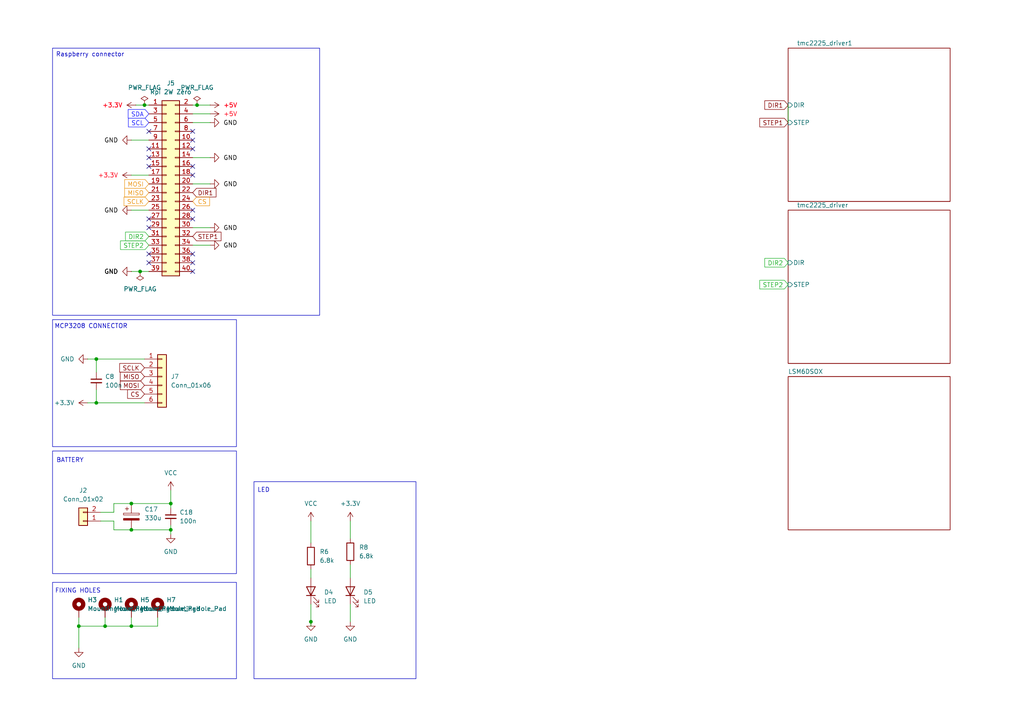
<source format=kicad_sch>
(kicad_sch (version 20250114) (generator "eeschema") (generator_version "9.0")
  (paper "A4")
  (lib_symbols
    (symbol "Connector_Generic:Conn_01x02" (pin_names (offset 1.016) (hide yes))
      (property "Reference" "J" (at 0 2.54 0))
      (property "Value" "Conn_01x02" (at 0 -5.08 0))
      (symbol "Conn_01x02_1_1"
        (rectangle (start -1.27 1.27) (end 1.27 -3.81) (stroke (width 0.254)) (fill (type background)))
        (rectangle (start -1.27 0.127) (end 0 -0.127) (stroke (width 0.1524)))
        (rectangle (start -1.27 -2.413) (end 0 -2.667) (stroke (width 0.1524)))
        (pin passive line (at -5.08 0 0) (length 3.81) (name "Pin_1") (number "1"))
        (pin passive line (at -5.08 -2.54 0) (length 3.81) (name "Pin_2") (number "2"))
      )
    )
    (symbol "Connector_Generic:Conn_01x06" (pin_names (offset 1.016) (hide yes))
      (property "Reference" "J" (at 0 7.62 0))
      (property "Value" "Conn_01x06" (at 0 -10.16 0))
      (symbol "Conn_01x06_1_1"
        (rectangle (start -1.27 6.35) (end 1.27 -8.89) (stroke (width 0.254)) (fill (type background)))
        (rectangle (start -1.27 5.207) (end 0 4.953) (stroke (width 0.1524)))
        (rectangle (start -1.27 2.667) (end 0 2.413) (stroke (width 0.1524)))
        (rectangle (start -1.27 0.127) (end 0 -0.127) (stroke (width 0.1524)))
        (rectangle (start -1.27 -2.413) (end 0 -2.667) (stroke (width 0.1524)))
        (rectangle (start -1.27 -4.953) (end 0 -5.207) (stroke (width 0.1524)))
        (rectangle (start -1.27 -7.493) (end 0 -7.747) (stroke (width 0.1524)))
        (pin passive line (at -5.08 5.08 0) (length 3.81) (name "Pin_1") (number "1"))
        (pin passive line (at -5.08 2.54 0) (length 3.81) (name "Pin_2") (number "2"))
        (pin passive line (at -5.08 0 0) (length 3.81) (name "Pin_3") (number "3"))
        (pin passive line (at -5.08 -2.54 0) (length 3.81) (name "Pin_4") (number "4"))
        (pin passive line (at -5.08 -5.08 0) (length 3.81) (name "Pin_5") (number "5"))
        (pin passive line (at -5.08 -7.62 0) (length 3.81) (name "Pin_6") (number "6"))
      )
    )
    (symbol "Connector_Generic:Conn_02x20_Odd_Even" (pin_names (offset 1.016) (hide yes))
      (property "Reference" "J" (at 1.27 25.4 0))
      (property "Value" "Conn_02x20_Odd_Even" (at 1.27 -27.94 0))
      (symbol "Conn_02x20_Odd_Even_1_1"
        (rectangle (start -1.27 24.13) (end 3.81 -26.67) (stroke (width 0.254)) (fill (type background)))
        (rectangle (start -1.27 22.987) (end 0 22.733) (stroke (width 0.1524)))
        (rectangle (start -1.27 20.447) (end 0 20.193) (stroke (width 0.1524)))
        (rectangle (start -1.27 17.907) (end 0 17.653) (stroke (width 0.1524)))
        (rectangle (start -1.27 15.367) (end 0 15.113) (stroke (width 0.1524)))
        (rectangle (start -1.27 12.827) (end 0 12.573) (stroke (width 0.1524)))
        (rectangle (start -1.27 10.287) (end 0 10.033) (stroke (width 0.1524)))
        (rectangle (start -1.27 7.747) (end 0 7.493) (stroke (width 0.1524)))
        (rectangle (start -1.27 5.207) (end 0 4.953) (stroke (width 0.1524)))
        (rectangle (start -1.27 2.667) (end 0 2.413) (stroke (width 0.1524)))
        (rectangle (start -1.27 0.127) (end 0 -0.127) (stroke (width 0.1524)))
        (rectangle (start -1.27 -2.413) (end 0 -2.667) (stroke (width 0.1524)))
        (rectangle (start -1.27 -4.953) (end 0 -5.207) (stroke (width 0.1524)))
        (rectangle (start -1.27 -7.493) (end 0 -7.747) (stroke (width 0.1524)))
        (rectangle (start -1.27 -10.033) (end 0 -10.287) (stroke (width 0.1524)))
        (rectangle (start -1.27 -12.573) (end 0 -12.827) (stroke (width 0.1524)))
        (rectangle (start -1.27 -15.113) (end 0 -15.367) (stroke (width 0.1524)))
        (rectangle (start -1.27 -17.653) (end 0 -17.907) (stroke (width 0.1524)))
        (rectangle (start -1.27 -20.193) (end 0 -20.447) (stroke (width 0.1524)))
        (rectangle (start -1.27 -22.733) (end 0 -22.987) (stroke (width 0.1524)))
        (rectangle (start -1.27 -25.273) (end 0 -25.527) (stroke (width 0.1524)))
        (rectangle (start 3.81 22.987) (end 2.54 22.733) (stroke (width 0.1524)))
        (rectangle (start 3.81 20.447) (end 2.54 20.193) (stroke (width 0.1524)))
        (rectangle (start 3.81 17.907) (end 2.54 17.653) (stroke (width 0.1524)))
        (rectangle (start 3.81 15.367) (end 2.54 15.113) (stroke (width 0.1524)))
        (rectangle (start 3.81 12.827) (end 2.54 12.573) (stroke (width 0.1524)))
        (rectangle (start 3.81 10.287) (end 2.54 10.033) (stroke (width 0.1524)))
        (rectangle (start 3.81 7.747) (end 2.54 7.493) (stroke (width 0.1524)))
        (rectangle (start 3.81 5.207) (end 2.54 4.953) (stroke (width 0.1524)))
        (rectangle (start 3.81 2.667) (end 2.54 2.413) (stroke (width 0.1524)))
        (rectangle (start 3.81 0.127) (end 2.54 -0.127) (stroke (width 0.1524)))
        (rectangle (start 3.81 -2.413) (end 2.54 -2.667) (stroke (width 0.1524)))
        (rectangle (start 3.81 -4.953) (end 2.54 -5.207) (stroke (width 0.1524)))
        (rectangle (start 3.81 -7.493) (end 2.54 -7.747) (stroke (width 0.1524)))
        (rectangle (start 3.81 -10.033) (end 2.54 -10.287) (stroke (width 0.1524)))
        (rectangle (start 3.81 -12.573) (end 2.54 -12.827) (stroke (width 0.1524)))
        (rectangle (start 3.81 -15.113) (end 2.54 -15.367) (stroke (width 0.1524)))
        (rectangle (start 3.81 -17.653) (end 2.54 -17.907) (stroke (width 0.1524)))
        (rectangle (start 3.81 -20.193) (end 2.54 -20.447) (stroke (width 0.1524)))
        (rectangle (start 3.81 -22.733) (end 2.54 -22.987) (stroke (width 0.1524)))
        (rectangle (start 3.81 -25.273) (end 2.54 -25.527) (stroke (width 0.1524)))
        (pin passive line (at -5.08 22.86 0) (length 3.81) (name "Pin_1") (number "1"))
        (pin passive line (at -5.08 20.32 0) (length 3.81) (name "Pin_3") (number "3"))
        (pin passive line (at -5.08 17.78 0) (length 3.81) (name "Pin_5") (number "5"))
        (pin passive line (at -5.08 15.24 0) (length 3.81) (name "Pin_7") (number "7"))
        (pin passive line (at -5.08 12.7 0) (length 3.81) (name "Pin_9") (number "9"))
        (pin passive line (at -5.08 10.16 0) (length 3.81) (name "Pin_11") (number "11"))
        (pin passive line (at -5.08 7.62 0) (length 3.81) (name "Pin_13") (number "13"))
        (pin passive line (at -5.08 5.08 0) (length 3.81) (name "Pin_15") (number "15"))
        (pin passive line (at -5.08 2.54 0) (length 3.81) (name "Pin_17") (number "17"))
        (pin passive line (at -5.08 0 0) (length 3.81) (name "Pin_19") (number "19"))
        (pin passive line (at -5.08 -2.54 0) (length 3.81) (name "Pin_21") (number "21"))
        (pin passive line (at -5.08 -5.08 0) (length 3.81) (name "Pin_23") (number "23"))
        (pin passive line (at -5.08 -7.62 0) (length 3.81) (name "Pin_25") (number "25"))
        (pin passive line (at -5.08 -10.16 0) (length 3.81) (name "Pin_27") (number "27"))
        (pin passive line (at -5.08 -12.7 0) (length 3.81) (name "Pin_29") (number "29"))
        (pin passive line (at -5.08 -15.24 0) (length 3.81) (name "Pin_31") (number "31"))
        (pin passive line (at -5.08 -17.78 0) (length 3.81) (name "Pin_33") (number "33"))
        (pin passive line (at -5.08 -20.32 0) (length 3.81) (name "Pin_35") (number "35"))
        (pin passive line (at -5.08 -22.86 0) (length 3.81) (name "Pin_37") (number "37"))
        (pin passive line (at -5.08 -25.4 0) (length 3.81) (name "Pin_39") (number "39"))
        (pin passive line (at 7.62 22.86 180) (length 3.81) (name "Pin_2") (number "2"))
        (pin passive line (at 7.62 20.32 180) (length 3.81) (name "Pin_4") (number "4"))
        (pin passive line (at 7.62 17.78 180) (length 3.81) (name "Pin_6") (number "6"))
        (pin passive line (at 7.62 15.24 180) (length 3.81) (name "Pin_8") (number "8"))
        (pin passive line (at 7.62 12.7 180) (length 3.81) (name "Pin_10") (number "10"))
        (pin passive line (at 7.62 10.16 180) (length 3.81) (name "Pin_12") (number "12"))
        (pin passive line (at 7.62 7.62 180) (length 3.81) (name "Pin_14") (number "14"))
        (pin passive line (at 7.62 5.08 180) (length 3.81) (name "Pin_16") (number "16"))
        (pin passive line (at 7.62 2.54 180) (length 3.81) (name "Pin_18") (number "18"))
        (pin passive line (at 7.62 0 180) (length 3.81) (name "Pin_20") (number "20"))
        (pin passive line (at 7.62 -2.54 180) (length 3.81) (name "Pin_22") (number "22"))
        (pin passive line (at 7.62 -5.08 180) (length 3.81) (name "Pin_24") (number "24"))
        (pin passive line (at 7.62 -7.62 180) (length 3.81) (name "Pin_26") (number "26"))
        (pin passive line (at 7.62 -10.16 180) (length 3.81) (name "Pin_28") (number "28"))
        (pin passive line (at 7.62 -12.7 180) (length 3.81) (name "Pin_30") (number "30"))
        (pin passive line (at 7.62 -15.24 180) (length 3.81) (name "Pin_32") (number "32"))
        (pin passive line (at 7.62 -17.78 180) (length 3.81) (name "Pin_34") (number "34"))
        (pin passive line (at 7.62 -20.32 180) (length 3.81) (name "Pin_36") (number "36"))
        (pin passive line (at 7.62 -22.86 180) (length 3.81) (name "Pin_38") (number "38"))
        (pin passive line (at 7.62 -25.4 180) (length 3.81) (name "Pin_40") (number "40"))
      )
    )
    (symbol "Device:C_Polarized" (pin_numbers (hide yes)) (pin_names (offset 0.254))
      (property "Reference" "C" (at 0.635 2.54 0))
      (property "Value" "C_Polarized" (at 0.635 -2.54 0))
      (symbol "C_Polarized_0_1"
        (rectangle (start -2.286 0.508) (end 2.286 1.016))
        (polyline (pts (xy -1.778 2.286) (xy -0.762 2.286)))
        (polyline (pts (xy -1.27 2.794) (xy -1.27 1.778)))
        (rectangle (start 2.286 -0.508) (end -2.286 -1.016) (fill (type outline)))
      )
      (symbol "C_Polarized_1_1"
        (pin passive line (at 0 3.81 270) (length 2.794) (name "~") (number "1"))
        (pin passive line (at 0 -3.81 90) (length 2.794) (name "~") (number "2"))
      )
    )
    (symbol "Device:C_Small" (pin_numbers (hide yes)) (pin_names (offset 0.254) (hide yes))
      (property "Reference" "C" (at 0.254 1.778 0))
      (property "Value" "C_Small" (at 0.254 -2.032 0))
      (symbol "C_Small_0_1"
        (polyline (pts (xy -1.524 0.508) (xy 1.524 0.508)) (stroke (width 0.3048)))
        (polyline (pts (xy -1.524 -0.508) (xy 1.524 -0.508)) (stroke (width 0.3302)))
      )
      (symbol "C_Small_1_1"
        (pin passive line (at 0 2.54 270) (length 2.032) (name "~") (number "1"))
        (pin passive line (at 0 -2.54 90) (length 2.032) (name "~") (number "2"))
      )
    )
    (symbol "Device:LED" (pin_numbers (hide yes)) (pin_names (offset 1.016) (hide yes))
      (property "Reference" "D" (at 0 2.54 0))
      (property "Value" "LED" (at 0 -2.54 0))
      (symbol "LED_0_1"
        (polyline (pts (xy -3.048 -0.762) (xy -4.572 -2.286) (xy -3.81 -2.286) (xy -4.572 -2.286) (xy -4.572 -1.524)))
        (polyline (pts (xy -1.778 -0.762) (xy -3.302 -2.286) (xy -2.54 -2.286) (xy -3.302 -2.286) (xy -3.302 -1.524)))
        (polyline (pts (xy -1.27 0) (xy 1.27 0)))
        (polyline (pts (xy -1.27 -1.27) (xy -1.27 1.27)) (stroke (width 0.254)))
        (polyline (pts (xy 1.27 -1.27) (xy 1.27 1.27) (xy -1.27 0) (xy 1.27 -1.27)) (stroke (width 0.254)))
      )
      (symbol "LED_1_1"
        (pin passive line (at -3.81 0 0) (length 2.54) (name "K") (number "1"))
        (pin passive line (at 3.81 0 180) (length 2.54) (name "A") (number "2"))
      )
    )
    (symbol "Device:R" (pin_numbers (hide yes)) (pin_names (offset 0))
      (property "Reference" "R" (at 2.032 0 90))
      (property "Value" "R" (at 0 0 90))
      (symbol "R_0_1"
        (rectangle (start -1.016 -2.54) (end 1.016 2.54) (stroke (width 0.254)))
      )
      (symbol "R_1_1"
        (pin passive line (at 0 3.81 270) (length 1.27) (name "~") (number "1"))
        (pin passive line (at 0 -3.81 90) (length 1.27) (name "~") (number "2"))
      )
    )
    (symbol "Mechanical:MountingHole_Pad" (pin_numbers (hide yes)) (pin_names (offset 1.016) (hide yes))
      (property "Reference" "H" (at 0 6.35 0))
      (property "Value" "MountingHole_Pad" (at 0 4.445 0))
      (symbol "MountingHole_Pad_0_1"
        (circle (center 0 1.27) (radius 1.27) (stroke (width 1.27)))
      )
      (symbol "MountingHole_Pad_1_1"
        (pin input line (at 0 -2.54 90) (length 2.54) (name "1") (number "1"))
      )
    )
    (symbol "VCC_2" (power) (pin_numbers (hide yes)) (pin_names (offset 0) (hide yes))
      (property "Value" "VCC" (at 0 3.556 0))
      (symbol "VCC_2_0_1"
        (polyline (pts (xy -0.762 1.27) (xy 0 2.54)))
        (polyline (pts (xy 0 2.54) (xy 0.762 1.27)))
        (polyline (pts (xy 0 0) (xy 0 2.54)))
      )
      (symbol "VCC_2_1_1"
        (pin power_in line (at 0 0 90) (length 0) (name "~") (number "1"))
      )
    )
    (symbol "power:+3.3V" (power) (pin_numbers (hide yes)) (pin_names (offset 0) (hide yes))
      (property "Value" "+3.3V" (at 0 3.556 0))
      (symbol "+3.3V_0_1"
        (polyline (pts (xy -0.762 1.27) (xy 0 2.54)))
        (polyline (pts (xy 0 2.54) (xy 0.762 1.27)))
        (polyline (pts (xy 0 0) (xy 0 2.54)))
      )
      (symbol "+3.3V_1_1"
        (pin power_in line (at 0 0 90) (length 0) (name "~") (number "1"))
      )
    )
    (symbol "power:+5V" (power) (pin_numbers (hide yes)) (pin_names (offset 0) (hide yes))
      (property "Value" "+5V" (at 0 3.556 0))
      (symbol "+5V_0_1"
        (polyline (pts (xy -0.762 1.27) (xy 0 2.54)))
        (polyline (pts (xy 0 2.54) (xy 0.762 1.27)))
        (polyline (pts (xy 0 0) (xy 0 2.54)))
      )
      (symbol "+5V_1_1"
        (pin power_in line (at 0 0 90) (length 0) (name "~") (number "1"))
      )
    )
    (symbol "power:GND" (power) (pin_numbers (hide yes)) (pin_names (offset 0) (hide yes))
      (property "Value" "GND" (at 0 -3.81 0))
      (symbol "GND_0_1"
        (polyline (pts (xy 0 0) (xy 0 -1.27) (xy 1.27 -1.27) (xy 0 -2.54) (xy -1.27 -1.27) (xy 0 -1.27)))
      )
      (symbol "GND_1_1"
        (pin power_in line (at 0 0 270) (length 0) (name "~") (number "1"))
      )
    )
    (symbol "power:PWR_FLAG" (power) (pin_numbers (hide yes)) (pin_names (offset 0) (hide yes))
      (property "Value" "PWR_FLAG" (at 0 3.81 0))
      (symbol "PWR_FLAG_0_0"
        (pin power_out line (at 0 0 90) (length 0) (name "~") (number "1"))
      )
      (symbol "PWR_FLAG_0_1"
        (polyline (pts (xy 0 0) (xy 0 1.27) (xy -1.016 1.905) (xy 0 2.54) (xy 1.016 1.905) (xy 0 1.27)))
      )
    )
    (symbol "power:VCC" (power) (pin_names (offset 0))
      (property "Value" "VCC" (at 0 3.81 0))
      (symbol "VCC_0_1"
        (polyline (pts (xy -0.762 1.27) (xy 0 2.54)))
        (polyline (pts (xy 0 2.54) (xy 0.762 1.27)))
        (polyline (pts (xy 0 0) (xy 0 2.54)))
      )
      (symbol "VCC_1_1"
        (pin power_in line (at 0 0 90) (length 0) (hide yes) (name "VCC") (number "1"))
      )
    )
  )
  (rectangle (start 15.24 168.91) (end 68.58 196.85))
  (rectangle (start 15.24 92.71) (end 68.58 129.54))
  (rectangle (start 73.66 139.7) (end 120.65 196.85))
  (rectangle (start 15.24 130.81) (end 68.58 166.37))
  (text "FIXING HOLES\n" (at 22.606 171.45 0) (effects (font (size 1.27 1.27))))
  (text "BATTERY\n" (at 20.32 133.604 0) (effects (font (size 1.27 1.27))))
  (text "MCP3208 CONNECTOR" (at 26.416 94.742 0) (effects (font (size 1.27 1.27))))
  (text "LED\n" (at 76.454 142.24 0) (effects (font (size 1.27 1.27))))
  (text_box "Raspberry connector\n\n" (at 15.24 13.97 0) (size 77.47 77.47) (margins 0.9525 0.9525 0.9525 0.9525) (effects (font (size 1.27 1.27)) (justify left top)))
  (junction (at 27.94 116.84))
  (junction (at 38.1 146.05))
  (junction (at 38.1 181.61))
  (junction (at 27.94 104.14))
  (junction (at 40.64 78.74))
  (junction (at 90.17 180.34))
  (junction (at 22.86 181.61))
  (junction (at 49.53 153.67))
  (junction (at 57.15 30.48))
  (junction (at 49.53 146.05))
  (junction (at 30.48 181.61))
  (junction (at 38.1 153.67))
  (junction (at 41.91 30.48))
  (no_connect (at 55.88 48.26))
  (no_connect (at 43.18 43.18))
  (no_connect (at 43.18 38.1))
  (no_connect (at 55.88 40.64))
  (no_connect (at 43.18 76.2))
  (no_connect (at 55.88 60.96))
  (no_connect (at 43.18 45.72))
  (no_connect (at 55.88 43.18))
  (no_connect (at 55.88 78.74))
  (no_connect (at 43.18 73.66))
  (no_connect (at 55.88 63.5))
  (no_connect (at 43.18 63.5))
  (no_connect (at 43.18 48.26))
  (no_connect (at 55.88 73.66))
  (no_connect (at 55.88 38.1))
  (no_connect (at 55.88 76.2))
  (no_connect (at 55.88 50.8))
  (no_connect (at 43.18 66.04))
  (wire (pts (xy 38.1 78.74) (xy 40.64 78.74)))
  (wire (pts (xy 55.88 66.04) (xy 60.96 66.04)))
  (wire (pts (xy 38.1 153.67) (xy 49.53 153.67)))
  (wire (pts (xy 90.17 181.61) (xy 90.17 180.34)))
  (wire (pts (xy 22.86 181.61) (xy 22.86 187.96)))
  (wire (pts (xy 25.4 116.84) (xy 27.94 116.84)))
  (wire (pts (xy 29.21 148.59) (xy 33.02 148.59)))
  (wire (pts (xy 25.4 104.14) (xy 27.94 104.14)))
  (wire (pts (xy 38.1 146.05) (xy 49.53 146.05)))
  (wire (pts (xy 30.48 181.61) (xy 22.86 181.61)))
  (wire (pts (xy 39.37 30.48) (xy 41.91 30.48)))
  (wire (pts (xy 33.02 146.05) (xy 38.1 146.05)))
  (wire (pts (xy 57.15 30.48) (xy 60.96 30.48)))
  (wire (pts (xy 33.02 153.67) (xy 38.1 153.67)))
  (wire (pts (xy 38.1 179.07) (xy 38.1 181.61)))
  (wire (pts (xy 29.21 151.13) (xy 33.02 151.13)))
  (wire (pts (xy 228.6 35.56) (xy 228.6 30.48)))
  (wire (pts (xy 101.6 163.83) (xy 101.6 167.64)))
  (wire (pts (xy 27.94 113.03) (xy 27.94 116.84)))
  (wire (pts (xy 55.88 71.12) (xy 60.96 71.12)))
  (wire (pts (xy 45.72 179.07) (xy 45.72 181.61)))
  (wire (pts (xy 27.94 104.14) (xy 41.91 104.14)))
  (wire (pts (xy 101.6 175.26) (xy 101.6 180.34)))
  (wire (pts (xy 38.1 50.8) (xy 43.18 50.8)))
  (wire (pts (xy 55.88 53.34) (xy 60.96 53.34)))
  (wire (pts (xy 27.94 116.84) (xy 41.91 116.84)))
  (wire (pts (xy 90.17 175.26) (xy 90.17 180.34)))
  (wire (pts (xy 49.53 146.05) (xy 49.53 147.32)))
  (wire (pts (xy 38.1 181.61) (xy 45.72 181.61)))
  (wire (pts (xy 40.64 78.74) (xy 43.18 78.74)))
  (wire (pts (xy 90.17 165.1) (xy 90.17 167.64)))
  (wire (pts (xy 49.53 142.24) (xy 49.53 146.05)))
  (wire (pts (xy 55.88 45.72) (xy 60.96 45.72)))
  (wire (pts (xy 22.86 179.07) (xy 22.86 181.61)))
  (wire (pts (xy 33.02 151.13) (xy 33.02 153.67)))
  (wire (pts (xy 101.6 151.13) (xy 101.6 156.21)))
  (wire (pts (xy 60.96 35.56) (xy 55.88 35.56)))
  (wire (pts (xy 41.91 30.48) (xy 43.18 30.48)))
  (wire (pts (xy 38.1 60.96) (xy 43.18 60.96)))
  (wire (pts (xy 55.88 30.48) (xy 57.15 30.48)))
  (wire (pts (xy 49.53 154.94) (xy 49.53 153.67)))
  (wire (pts (xy 90.17 151.13) (xy 90.17 157.48)))
  (wire (pts (xy 27.94 104.14) (xy 27.94 107.95)))
  (wire (pts (xy 55.88 33.02) (xy 60.96 33.02)))
  (wire (pts (xy 38.1 40.64) (xy 43.18 40.64)))
  (wire (pts (xy 49.53 153.67) (xy 49.53 152.4)))
  (wire (pts (xy 30.48 179.07) (xy 30.48 181.61)))
  (wire (pts (xy 30.48 181.61) (xy 38.1 181.61)))
  (wire (pts (xy 33.02 148.59) (xy 33.02 146.05)))
  (global_label "CS" (shape input) (at 55.88 58.42 0) (property "Intersheetrefs" "${INTERSHEET_REFS}" (effects (hide yes))))
  (global_label "CS" (shape input) (at 41.91 114.3 180) (property "Intersheetrefs" "${INTERSHEET_REFS}" (effects (hide yes))))
  (global_label "MISO" (shape input) (at 41.91 109.22 180) (property "Intersheetrefs" "${INTERSHEET_REFS}" (effects (hide yes))))
  (global_label "STEP2" (shape input) (at 228.6 82.55 180) (property "Intersheetrefs" "${INTERSHEET_REFS}" (effects (hide yes))))
  (global_label "DIR1" (shape input) (at 55.88 55.88 0) (property "Intersheetrefs" "${INTERSHEET_REFS}" (effects (hide yes))))
  (global_label "MOSI" (shape input) (at 43.18 53.34 180) (property "Intersheetrefs" "${INTERSHEET_REFS}" (effects (hide yes))))
  (global_label "SDA" (shape input) (at 43.18 33.02 180) (property "Intersheetrefs" "${INTERSHEET_REFS}" (effects (hide yes))))
  (global_label "SCLK" (shape input) (at 41.91 106.68 180) (property "Intersheetrefs" "${INTERSHEET_REFS}" (effects (hide yes))))
  (global_label "MISO" (shape input) (at 43.18 55.88 180) (property "Intersheetrefs" "${INTERSHEET_REFS}" (effects (hide yes))))
  (global_label "STEP1" (shape input) (at 55.88 68.58 0) (property "Intersheetrefs" "${INTERSHEET_REFS}" (effects (hide yes))))
  (global_label "STEP1" (shape input) (at 228.6 35.56 180) (property "Intersheetrefs" "${INTERSHEET_REFS}" (effects (hide yes))))
  (global_label "DIR2" (shape input) (at 228.6 76.2 180) (property "Intersheetrefs" "${INTERSHEET_REFS}" (effects (hide yes))))
  (global_label "SCLK" (shape input) (at 43.18 58.42 180) (property "Intersheetrefs" "${INTERSHEET_REFS}" (effects (hide yes))))
  (global_label "STEP2" (shape input) (at 43.18 71.12 180) (property "Intersheetrefs" "${INTERSHEET_REFS}" (effects (hide yes))))
  (global_label "DIR2" (shape input) (at 43.18 68.58 180) (property "Intersheetrefs" "${INTERSHEET_REFS}" (effects (hide yes))))
  (global_label "SCL" (shape input) (at 43.18 35.56 180) (property "Intersheetrefs" "${INTERSHEET_REFS}" (effects (hide yes))))
  (global_label "DIR1" (shape input) (at 228.6 30.48 180) (property "Intersheetrefs" "${INTERSHEET_REFS}" (effects (hide yes))))
  (global_label "MOSI" (shape input) (at 41.91 111.76 180) (property "Intersheetrefs" "${INTERSHEET_REFS}" (effects (hide yes))))
  (symbol (lib_id "power:GND") (at 38.1 60.96 270) (unit 1)
    (property "Reference" "#PWR046" (effects (hide yes)))
    (property "Value" "GND" (at 34.29 60.9599 90) (effects (justify right)))
    (property "Description" "Power symbol creates a global label with name \"GND\" , ground" (effects (hide yes)))
  )
  (symbol (lib_id "power:GND") (at 60.96 66.04 90) (unit 1)
    (property "Reference" "#PWR054" (effects (hide yes)))
    (property "Value" "GND" (at 64.77 66.0399 90) (effects (justify right)))
    (property "Description" "Power symbol creates a global label with name \"GND\" , ground" (effects (hide yes)))
  )
  (symbol (lib_name "VCC_2") (lib_id "power:VCC") (at 49.53 142.24 0) (unit 1)
    (property "Reference" "#PWR018" (effects (hide yes)))
    (property "Value" "VCC" (at 49.53 137.16 0))
    (property "Description" "Power symbol creates a global label with name \"VCC\"" (effects (hide yes)))
  )
  (symbol (lib_id "power:+3.3V") (at 101.6 151.13 0) (unit 1)
    (property "Reference" "#PWR024" (effects (hide yes)))
    (property "Value" "+3.3V" (at 101.6 146.05 0))
    (property "Description" "Power symbol creates a global label with name \"+3.3V\"" (effects (hide yes)))
  )
  (symbol (lib_id "power:GND") (at 60.96 53.34 90) (unit 1)
    (property "Reference" "#PWR053" (effects (hide yes)))
    (property "Value" "GND" (at 64.77 53.3399 90) (effects (justify right)))
    (property "Description" "Power symbol creates a global label with name \"GND\" , ground" (effects (hide yes)))
  )
  (symbol (lib_id "Device:LED") (at 101.6 171.45 90) (unit 1)
    (property "Reference" "D5" (at 105.41 171.7674 90) (effects (justify right)))
    (property "Value" "LED" (at 105.41 174.3074 90) (effects (justify right)))
    (property "Footprint" "LED_SMD:LED_0603_1608Metric" (effects (hide yes)))
    (property "Description" "Light emitting diode" (effects (hide yes)))
  )
  (symbol (lib_id "power:+5V") (at 60.96 33.02 270) (unit 1)
    (property "Reference" "#PWR050" (effects (hide yes)))
    (property "Value" "+5V" (at 64.77 33.0199 90) (effects (justify left)))
    (property "Description" "Power symbol creates a global label with name \"+5V\"" (effects (hide yes)))
  )
  (symbol (lib_id "power:GND") (at 25.4 104.14 270) (unit 1)
    (property "Reference" "#PWR010" (effects (hide yes)))
    (property "Value" "GND" (at 21.59 104.1399 90) (effects (justify right)))
    (property "Description" "Power symbol creates a global label with name \"GND\" , ground" (effects (hide yes)))
  )
  (symbol (lib_id "Device:C_Small") (at 27.94 110.49 0) (unit 1)
    (property "Reference" "C8" (at 30.48 109.2262 0) (effects (justify left)))
    (property "Value" "100n" (at 30.48 111.7662 0) (effects (justify left)))
    (property "Footprint" "Capacitor_SMD:C_0603_1608Metric" (effects (hide yes)))
    (property "Description" "Unpolarized capacitor, small symbol" (effects (hide yes)))
  )
  (symbol (lib_id "power:GND") (at 60.96 45.72 90) (unit 1)
    (property "Reference" "#PWR052" (effects (hide yes)))
    (property "Value" "GND" (at 64.77 45.7199 90) (effects (justify right)))
    (property "Description" "Power symbol creates a global label with name \"GND\" , ground" (effects (hide yes)))
  )
  (symbol (lib_id "power:GND") (at 38.1 78.74 270) (unit 1)
    (property "Reference" "#PWR047" (effects (hide yes)))
    (property "Value" "GND" (at 34.29 78.7399 90) (effects (justify right)))
    (property "Description" "Power symbol creates a global label with name \"GND\" , ground" (effects (hide yes)))
  )
  (symbol (lib_id "Device:R") (at 90.17 161.29 0) (unit 1)
    (property "Reference" "R6" (at 92.71 160.0199 0) (effects (justify left)))
    (property "Value" "6.8k" (at 92.71 162.5599 0) (effects (justify left)))
    (property "Footprint" "Resistor_SMD:R_0603_1608Metric" (effects (hide yes)))
    (property "Description" "Resistor" (effects (hide yes)))
  )
  (symbol (lib_id "power:+3.3V") (at 25.4 116.84 90) (unit 1)
    (property "Reference" "#PWR012" (effects (hide yes)))
    (property "Value" "+3.3V" (at 21.59 116.8399 90) (effects (justify left)))
    (property "Description" "Power symbol creates a global label with name \"+3.3V\"" (effects (hide yes)))
  )
  (symbol (lib_id "power:PWR_FLAG") (at 40.64 78.74 180) (unit 1)
    (property "Reference" "#FLG06" (effects (hide yes)))
    (property "Value" "PWR_FLAG" (at 40.64 83.82 0))
    (property "Description" "Special symbol for telling ERC where power comes from" (effects (hide yes)))
  )
  (symbol (lib_id "power:GND") (at 90.17 180.34 0) (unit 1)
    (property "Reference" "#PWR022" (effects (hide yes)))
    (property "Value" "GND" (at 90.17 185.42 0))
    (property "Description" "Power symbol creates a global label with name \"GND\" , ground" (effects (hide yes)))
  )
  (symbol (lib_id "power:PWR_FLAG") (at 57.15 30.48 0) (unit 1)
    (property "Reference" "#FLG07" (effects (hide yes)))
    (property "Value" "PWR_FLAG" (at 57.15 25.4 0))
    (property "Description" "Special symbol for telling ERC where power comes from" (effects (hide yes)))
  )
  (symbol (lib_id "Device:R") (at 101.6 160.02 0) (unit 1)
    (property "Reference" "R8" (at 104.14 158.7499 0) (effects (justify left)))
    (property "Value" "6.8k" (at 104.14 161.2899 0) (effects (justify left)))
    (property "Footprint" "Resistor_SMD:R_0603_1608Metric" (effects (hide yes)))
    (property "Description" "Resistor" (effects (hide yes)))
  )
  (symbol (lib_id "power:GND") (at 60.96 35.56 90) (unit 1)
    (property "Reference" "#PWR051" (effects (hide yes)))
    (property "Value" "GND" (at 64.77 35.5599 90) (effects (justify right)))
    (property "Description" "Power symbol creates a global label with name \"GND\" , ground" (effects (hide yes)))
  )
  (symbol (lib_id "power:PWR_FLAG") (at 41.91 30.48 0) (unit 1)
    (property "Reference" "#FLG01" (effects (hide yes)))
    (property "Value" "PWR_FLAG" (at 41.91 25.4 0))
    (property "Description" "Special symbol for telling ERC where power comes from" (effects (hide yes)))
  )
  (symbol (lib_id "Connector_Generic:Conn_01x02") (at 24.13 151.13 180) (unit 1)
    (property "Reference" "J2" (at 24.13 142.24 0))
    (property "Value" "Conn_01x02" (at 24.13 144.78 0))
    (property "Footprint" "Connector_JST:JST_EH_B2B-EH-A_1x02_P2.50mm_Vertical" (effects (hide yes)))
    (property "Description" "Generic connector, single row, 01x02, script generated (kicad-library-utils/schlib/autogen/connector/)" (effects (hide yes)))
  )
  (symbol (lib_id "Mechanical:MountingHole_Pad") (at 22.86 176.53 0) (unit 1)
    (property "Reference" "H3" (at 25.4 173.9899 0) (effects (justify left)))
    (property "Value" "MountingHole_Pad" (at 25.4 176.5299 0) (effects (justify left)))
    (property "Footprint" "MountingHole:MountingHole_2.7mm_M2.5_Pad" (effects (hide yes)))
    (property "Description" "Mounting Hole with connection" (effects (hide yes)))
  )
  (symbol (lib_id "Mechanical:MountingHole_Pad") (at 45.72 176.53 0) (unit 1)
    (property "Reference" "H7" (at 48.26 173.9899 0) (effects (justify left)))
    (property "Value" "MountingHole_Pad" (at 48.26 176.5299 0) (effects (justify left)))
    (property "Footprint" "MountingHole:MountingHole_2.7mm_M2.5_Pad" (effects (hide yes)))
    (property "Description" "Mounting Hole with connection" (effects (hide yes)))
  )
  (symbol (lib_id "Device:C_Polarized") (at 38.1 149.86 0) (unit 1)
    (property "Reference" "C17" (at 41.91 147.7009 0) (effects (justify left)))
    (property "Value" "330u" (at 41.91 150.2409 0) (effects (justify left)))
    (property "Footprint" "Capacitor_SMD:CP_Elec_6.3x5.4" (effects (hide yes)))
    (property "Description" "Polarized capacitor" (effects (hide yes)))
  )
  (symbol (lib_id "power:GND") (at 22.86 187.96 0) (unit 1)
    (property "Reference" "#PWR045" (effects (hide yes)))
    (property "Value" "GND" (at 22.86 193.04 0))
    (property "Description" "Power symbol creates a global label with name \"GND\" , ground" (effects (hide yes)))
  )
  (symbol (lib_id "Mechanical:MountingHole_Pad") (at 38.1 176.53 0) (unit 1)
    (property "Reference" "H5" (at 40.64 173.9899 0) (effects (justify left)))
    (property "Value" "MountingHole_Pad" (at 40.64 176.5299 0) (effects (justify left)))
    (property "Footprint" "MountingHole:MountingHole_2.7mm_M2.5_Pad" (effects (hide yes)))
    (property "Description" "Mounting Hole with connection" (effects (hide yes)))
  )
  (symbol (lib_id "Mechanical:MountingHole_Pad") (at 30.48 176.53 0) (unit 1)
    (property "Reference" "H1" (at 33.02 173.9899 0) (effects (justify left)))
    (property "Value" "MountingHole_Pad" (at 33.02 176.5299 0) (effects (justify left)))
    (property "Footprint" "MountingHole:MountingHole_2.7mm_M2.5_Pad" (effects (hide yes)))
    (property "Description" "Mounting Hole with connection" (effects (hide yes)))
  )
  (symbol (lib_id "power:GND") (at 101.6 180.34 0) (unit 1)
    (property "Reference" "#PWR025" (effects (hide yes)))
    (property "Value" "GND" (at 101.6 185.42 0))
    (property "Description" "Power symbol creates a global label with name \"GND\" , ground" (effects (hide yes)))
  )
  (symbol (lib_id "Connector_Generic:Conn_02x20_Odd_Even") (at 48.26 53.34 0) (unit 1)
    (property "Reference" "J5" (at 49.53 24.13 0))
    (property "Value" "Rpi 2W Zéro" (at 49.53 26.67 0))
    (property "Footprint" "Connector_PinSocket_2.54mm:PinSocket_2x20_P2.54mm_Vertical" (effects (hide yes)))
    (property "Description" "Generic connector, double row, 02x20, odd/even pin numbering scheme (row 1 odd numbers, row 2 even numbers), script generated (kicad-library-utils/schlib/autogen/connector/)" (effects (hide yes)))
  )
  (symbol (lib_id "power:+5V") (at 60.96 30.48 270) (unit 1)
    (property "Reference" "#PWR049" (effects (hide yes)))
    (property "Value" "+5V" (at 64.77 30.4799 90) (effects (justify left)))
    (property "Description" "Power symbol creates a global label with name \"+5V\"" (effects (hide yes)))
  )
  (symbol (lib_id "Connector_Generic:Conn_01x06") (at 46.99 109.22 0) (unit 1)
    (property "Reference" "J7" (at 49.53 109.2199 0) (effects (justify left)))
    (property "Value" "Conn_01x06" (at 49.53 111.7599 0) (effects (justify left)))
    (property "Footprint" "Connector_JST:JST_PH_B6B-PH-K_1x06_P2.00mm_Vertical" (effects (hide yes)))
    (property "Description" "Generic connector, single row, 01x06, script generated (kicad-library-utils/schlib/autogen/connector/)" (effects (hide yes)))
  )
  (symbol (lib_id "power:+3.3V") (at 39.37 30.48 90) (unit 1)
    (property "Reference" "#PWR048" (effects (hide yes)))
    (property "Value" "+3.3V" (at 35.56 30.4799 90) (effects (justify left)))
    (property "Description" "Power symbol creates a global label with name \"+3.3V\"" (effects (hide yes)))
  )
  (symbol (lib_id "power:+3.3V") (at 38.1 50.8 90) (unit 1)
    (property "Reference" "#PWR044" (effects (hide yes)))
    (property "Value" "+3.3V" (at 34.29 50.7999 90) (effects (justify left)))
    (property "Description" "Power symbol creates a global label with name \"+3.3V\"" (effects (hide yes)))
  )
  (symbol (lib_id "Device:C_Small") (at 49.53 149.86 0) (unit 1)
    (property "Reference" "C18" (at 52.07 148.5962 0) (effects (justify left)))
    (property "Value" "100n" (at 52.07 151.13 0) (effects (justify left)))
    (property "Footprint" "Capacitor_SMD:C_0603_1608Metric" (effects (hide yes)))
    (property "Description" "Unpolarized capacitor, small symbol" (effects (hide yes)))
  )
  (symbol (lib_id "power:GND") (at 49.53 154.94 0) (unit 1)
    (property "Reference" "#PWR016" (effects (hide yes)))
    (property "Value" "GND" (at 49.53 160.02 0))
    (property "Description" "Power symbol creates a global label with name \"GND\" , ground" (effects (hide yes)))
  )
  (symbol (lib_id "power:VCC") (at 90.17 151.13 0) (unit 1)
    (property "Reference" "#PWR020" (effects (hide yes)))
    (property "Value" "VCC" (at 90.17 146.05 0))
    (property "Description" "Power symbol creates a global label with name \"VCC\"" (effects (hide yes)))
  )
  (symbol (lib_id "power:GND") (at 60.96 71.12 90) (unit 1)
    (property "Reference" "#PWR055" (effects (hide yes)))
    (property "Value" "GND" (at 64.77 71.1199 90) (effects (justify right)))
    (property "Description" "Power symbol creates a global label with name \"GND\" , ground" (effects (hide yes)))
  )
  (symbol (lib_id "power:GND") (at 38.1 40.64 270) (unit 1)
    (property "Reference" "#PWR043" (effects (hide yes)))
    (property "Value" "GND" (at 34.29 40.6399 90) (effects (justify right)))
    (property "Description" "Power symbol creates a global label with name \"GND\" , ground" (effects (hide yes)))
  )
  (symbol (lib_id "Device:LED") (at 90.17 171.45 90) (unit 1)
    (property "Reference" "D4" (at 93.98 171.7674 90) (effects (justify right)))
    (property "Value" "LED" (at 93.98 174.3074 90) (effects (justify right)))
    (property "Footprint" "LED_SMD:LED_0603_1608Metric" (effects (hide yes)))
    (property "Description" "Light emitting diode" (effects (hide yes)))
  )
  (sheet (at 228.6 13.97) (size 46.99 44.45) (stroke (width 0.1524))
    (property "Sheetname" "tmc2225_driver1" (at 231.14 13.2584 0) (effects (justify left bottom)))
    (property "Sheetfile" "tmc2225_driverkicad_sch.kicad_sch" (effects (hide yes)))
    (pin "DIR" input (at 228.6 30.48 180))
    (pin "STEP" input (at 228.6 35.56 180))
  )
  (sheet (at 228.6 109.22) (size 46.99 44.45) (stroke (width 0.1524))
    (property "Sheetname" "LSM6DSOX" (at 228.6 108.5084 0) (effects (justify left bottom)))
    (property "Sheetfile" "lms6dsox.kicad_sch" (effects (hide yes)))
  )
  (sheet (at 228.6 60.96) (size 46.99 44.45) (stroke (width 0.1524))
    (property "Sheetname" "tmc2225_driver" (at 231.14 60.2484 0) (effects (justify left bottom)))
    (property "Sheetfile" "tmc2225_driverkicad_sch.kicad_sch" (effects (hide yes)))
    (pin "DIR" input (at 228.6 76.2 180))
    (pin "STEP" input (at 228.6 82.55 180))
  )
)
</source>
